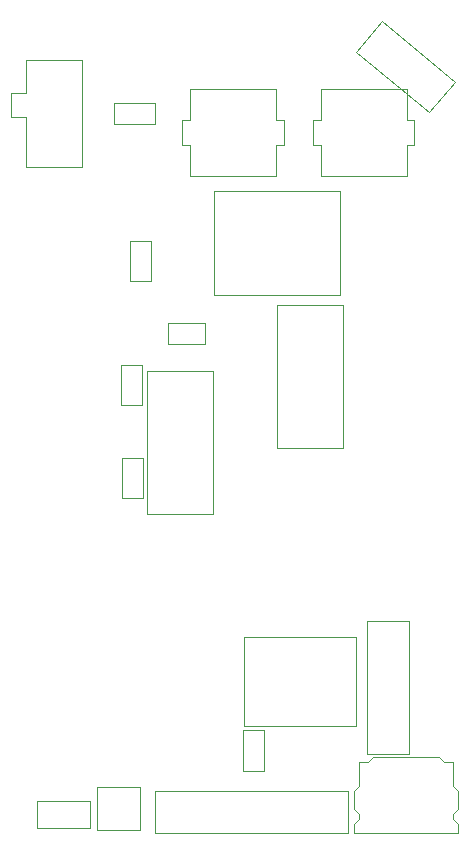
<source format=gbr>
G04 #@! TF.GenerationSoftware,KiCad,Pcbnew,5.1.7-a382d34a8~88~ubuntu18.04.1*
G04 #@! TF.CreationDate,2021-09-05T21:22:39+05:30*
G04 #@! TF.ProjectId,Sensor_PCB_v7,53656e73-6f72-45f5-9043-425f76372e6b,rev?*
G04 #@! TF.SameCoordinates,Original*
G04 #@! TF.FileFunction,Other,User*
%FSLAX46Y46*%
G04 Gerber Fmt 4.6, Leading zero omitted, Abs format (unit mm)*
G04 Created by KiCad (PCBNEW 5.1.7-a382d34a8~88~ubuntu18.04.1) date 2021-09-05 21:22:39*
%MOMM*%
%LPD*%
G01*
G04 APERTURE LIST*
%ADD10C,0.050000*%
G04 APERTURE END LIST*
D10*
X28541540Y-89155920D02*
X24041540Y-89155920D01*
X24041540Y-89155920D02*
X24041540Y-86855920D01*
X24041540Y-86855920D02*
X28541540Y-86855920D01*
X28541540Y-86855920D02*
X28541540Y-89155920D01*
X39055400Y-44003700D02*
X39055400Y-35203700D01*
X49649400Y-44003700D02*
X39055400Y-44003700D01*
X49649400Y-35203700D02*
X49649400Y-44003700D01*
X39055400Y-35203700D02*
X49649400Y-35203700D01*
X36974800Y-29198700D02*
X36974800Y-26588700D01*
X36319800Y-29198700D02*
X36974800Y-29198700D01*
X36319800Y-31278700D02*
X36319800Y-29198700D01*
X36974800Y-31278700D02*
X36319800Y-31278700D01*
X36974800Y-33888700D02*
X36974800Y-31278700D01*
X44274800Y-33888700D02*
X36974800Y-33888700D01*
X44274800Y-31278700D02*
X44274800Y-33888700D01*
X44929800Y-31278700D02*
X44274800Y-31278700D01*
X44929800Y-29198700D02*
X44929800Y-31278700D01*
X44274800Y-29198700D02*
X44929800Y-29198700D01*
X44274800Y-26588700D02*
X44274800Y-29198700D01*
X36974800Y-26588700D02*
X44274800Y-26588700D01*
X58052600Y-83141000D02*
X52452600Y-83141000D01*
X58452600Y-83541000D02*
X58052600Y-83141000D01*
X59252600Y-83541000D02*
X58452600Y-83541000D01*
X59252600Y-85541000D02*
X59252600Y-83541000D01*
X59652600Y-85941000D02*
X59252600Y-85541000D01*
X59652600Y-87541000D02*
X59652600Y-85941000D01*
X59252600Y-87941000D02*
X59652600Y-87541000D01*
X59252600Y-88341000D02*
X59252600Y-87941000D01*
X59652600Y-88741000D02*
X59252600Y-88341000D01*
X59652600Y-89541000D02*
X59652600Y-88741000D01*
X50852600Y-89541000D02*
X59652600Y-89541000D01*
X50852600Y-88741000D02*
X50852600Y-89541000D01*
X51252600Y-88341000D02*
X50852600Y-88741000D01*
X51252600Y-87941000D02*
X51252600Y-88341000D01*
X50852600Y-87541000D02*
X51252600Y-87941000D01*
X50852600Y-85941000D02*
X50852600Y-87541000D01*
X51252600Y-85541000D02*
X50852600Y-85941000D01*
X51252600Y-83541000D02*
X51252600Y-85541000D01*
X52052600Y-83541000D02*
X51252600Y-83541000D01*
X52452600Y-83141000D02*
X52052600Y-83541000D01*
X34026700Y-85969700D02*
X34026700Y-89569700D01*
X50326700Y-85969700D02*
X34026700Y-85969700D01*
X50326700Y-89569700D02*
X50326700Y-85969700D01*
X34026700Y-89569700D02*
X50326700Y-89569700D01*
X27820700Y-33186000D02*
X27820700Y-24086000D01*
X23120700Y-33186000D02*
X27820700Y-33186000D01*
X23120700Y-28886000D02*
X23120700Y-33186000D01*
X21870700Y-28886000D02*
X23120700Y-28886000D01*
X21870700Y-26886000D02*
X21870700Y-28886000D01*
X23120700Y-26886000D02*
X21870700Y-26886000D01*
X23120700Y-24086000D02*
X23120700Y-26886000D01*
X27820700Y-24086000D02*
X23120700Y-24086000D01*
X31207800Y-57754800D02*
X32967800Y-57754800D01*
X31207800Y-61154800D02*
X31207800Y-57754800D01*
X32967800Y-61154800D02*
X31207800Y-61154800D01*
X32967800Y-57754800D02*
X32967800Y-61154800D01*
X55543900Y-82826000D02*
X55543900Y-71626000D01*
X55543900Y-71626000D02*
X51943900Y-71626000D01*
X51943900Y-71626000D02*
X51943900Y-82826000D01*
X51943900Y-82826000D02*
X55543900Y-82826000D01*
X29127000Y-89270000D02*
X32727000Y-89270000D01*
X32727000Y-89270000D02*
X32727000Y-85670000D01*
X32727000Y-85670000D02*
X29127000Y-85670000D01*
X29127000Y-85670000D02*
X29127000Y-89270000D01*
X31929200Y-39399700D02*
X33689200Y-39399700D01*
X31929200Y-42799700D02*
X31929200Y-39399700D01*
X33689200Y-42799700D02*
X31929200Y-42799700D01*
X33689200Y-39399700D02*
X33689200Y-42799700D01*
X51071181Y-23374114D02*
X57199537Y-28516414D01*
X53256659Y-20769563D02*
X51071181Y-23374114D01*
X59385014Y-25911863D02*
X53256659Y-20769563D01*
X57199537Y-28516414D02*
X59385014Y-25911863D01*
X49970300Y-56965700D02*
X49970300Y-44865700D01*
X44370300Y-56965700D02*
X49970300Y-56965700D01*
X44370300Y-44865700D02*
X44370300Y-56965700D01*
X49970300Y-44865700D02*
X44370300Y-44865700D01*
X38941700Y-50458800D02*
X33341700Y-50458800D01*
X33341700Y-50458800D02*
X33341700Y-62558800D01*
X33341700Y-62558800D02*
X38941700Y-62558800D01*
X38941700Y-62558800D02*
X38941700Y-50458800D01*
X41575700Y-80190700D02*
X41575700Y-73190700D01*
X41825700Y-72940700D02*
X50825700Y-72940700D01*
X51075700Y-73190700D02*
X51075700Y-80190700D01*
X50825700Y-80440700D02*
X41825700Y-80440700D01*
X51075700Y-72940700D02*
X50825700Y-72940700D01*
X51075700Y-73190700D02*
X51075700Y-72940700D01*
X51075700Y-80440700D02*
X50825700Y-80440700D01*
X51075700Y-80190700D02*
X51075700Y-80440700D01*
X41575700Y-80440700D02*
X41575700Y-80190700D01*
X41825700Y-80440700D02*
X41575700Y-80440700D01*
X41575700Y-72940700D02*
X41575700Y-73190700D01*
X41825700Y-72940700D02*
X41575700Y-72940700D01*
X55336500Y-31278700D02*
X55336500Y-33888700D01*
X55991500Y-31278700D02*
X55336500Y-31278700D01*
X55991500Y-29198700D02*
X55991500Y-31278700D01*
X55336500Y-29198700D02*
X55991500Y-29198700D01*
X55336500Y-26588700D02*
X55336500Y-29198700D01*
X48036500Y-26588700D02*
X55336500Y-26588700D01*
X48036500Y-29198700D02*
X48036500Y-26588700D01*
X47381500Y-29198700D02*
X48036500Y-29198700D01*
X47381500Y-31278700D02*
X47381500Y-29198700D01*
X48036500Y-31278700D02*
X47381500Y-31278700D01*
X48036500Y-33888700D02*
X48036500Y-31278700D01*
X55336500Y-33888700D02*
X48036500Y-33888700D01*
X34058800Y-29518700D02*
X30558800Y-29518700D01*
X34058800Y-29518700D02*
X34058800Y-27768700D01*
X30558800Y-27768700D02*
X30558800Y-29518700D01*
X30558800Y-27768700D02*
X34058800Y-27768700D01*
X32945000Y-49915300D02*
X32945000Y-53315300D01*
X32945000Y-53315300D02*
X31185000Y-53315300D01*
X31185000Y-53315300D02*
X31185000Y-49915300D01*
X31185000Y-49915300D02*
X32945000Y-49915300D01*
X43216700Y-84260200D02*
X41456700Y-84260200D01*
X43216700Y-80860200D02*
X43216700Y-84260200D01*
X41456700Y-80860200D02*
X43216700Y-80860200D01*
X41456700Y-84260200D02*
X41456700Y-80860200D01*
X35125000Y-46346500D02*
X38225000Y-46346500D01*
X35125000Y-46346500D02*
X35125000Y-48146500D01*
X38225000Y-48146500D02*
X38225000Y-46346500D01*
X38225000Y-48146500D02*
X35125000Y-48146500D01*
M02*

</source>
